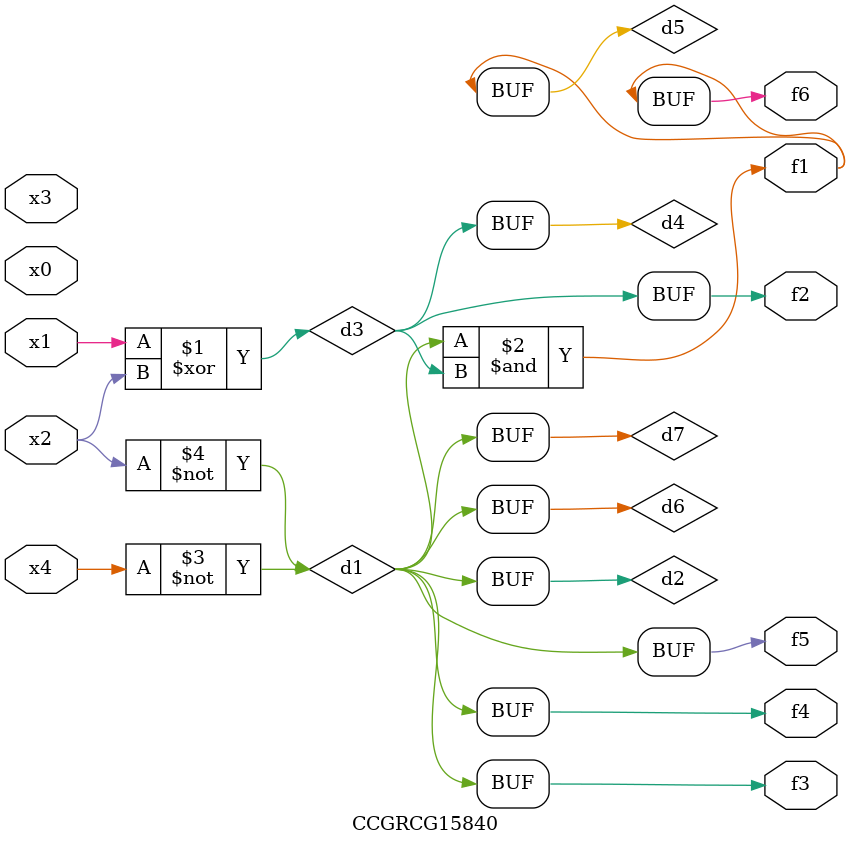
<source format=v>
module CCGRCG15840(
	input x0, x1, x2, x3, x4,
	output f1, f2, f3, f4, f5, f6
);

	wire d1, d2, d3, d4, d5, d6, d7;

	not (d1, x4);
	not (d2, x2);
	xor (d3, x1, x2);
	buf (d4, d3);
	and (d5, d1, d3);
	buf (d6, d1, d2);
	buf (d7, d2);
	assign f1 = d5;
	assign f2 = d4;
	assign f3 = d7;
	assign f4 = d7;
	assign f5 = d7;
	assign f6 = d5;
endmodule

</source>
